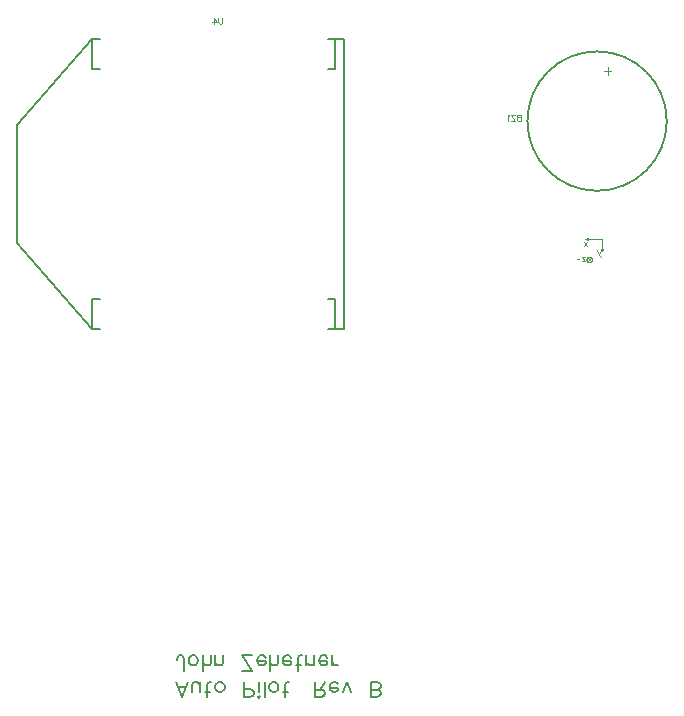
<source format=gbo>
G04 DipTrace 2.3.1.0*
%INAutoPilot.GBO*%
%MOIN*%
%ADD11C,0.003*%
%ADD25C,0.0013*%
%ADD27C,0.008*%
%ADD140C,0.0046*%
%ADD141C,0.0077*%
%FSLAX44Y44*%
G04*
G70*
G90*
G75*
G01*
%LNBotSilk*%
%LPD*%
X14787Y20040D2*
D27*
G02X14787Y20040I2323J0D01*
G01*
X-2209Y19908D2*
Y15971D1*
X291Y22763D2*
X-2209Y19908D1*
X291Y13117D2*
X-2209Y15971D1*
X8362Y22763D2*
X8658D1*
X8362Y13117D2*
X8658D1*
Y22763D2*
Y13117D1*
X8362Y22763D2*
X8146D1*
X8362D2*
Y21778D1*
X8146D1*
X547D2*
X291D1*
Y22763D1*
X547D1*
X8362Y14101D2*
X8146D1*
X8362D2*
Y13117D1*
X8146D1*
X547D2*
X291D1*
Y14101D1*
X547D1*
X16723Y16108D2*
D25*
X17283D1*
Y15698D1*
Y15708D2*
X17323Y15768D1*
X17283Y15708D2*
X17253Y15768D1*
X16733Y16108D2*
X16793Y16138D1*
X16493Y15438D2*
X16443D1*
X16733Y16108D2*
X16793Y16068D1*
X16753Y15428D2*
Y15434D1*
X16754Y15440D1*
X16755Y15446D1*
X16757Y15452D1*
X16759Y15458D1*
X16761Y15464D1*
X16764Y15470D1*
X16767Y15475D1*
X16771Y15480D1*
X16775Y15485D1*
X16779Y15490D1*
X16784Y15494D1*
X16789Y15498D1*
X16795Y15502D1*
X16800Y15505D1*
X16806Y15508D1*
X16812Y15511D1*
X16818Y15513D1*
X16825Y15515D1*
X16831Y15516D1*
X16838Y15517D1*
X16845D1*
X16851D1*
X16858D1*
X16864Y15516D1*
X16871Y15515D1*
X16877Y15513D1*
X16883Y15511D1*
X16889Y15508D1*
X16895Y15505D1*
X16901Y15502D1*
X16906Y15498D1*
X16911Y15494D1*
X16916Y15490D1*
X16921Y15485D1*
X16925Y15480D1*
X16928Y15475D1*
X16932Y15470D1*
X16935Y15464D1*
X16937Y15458D1*
X16939Y15452D1*
X16941Y15446D1*
X16942Y15440D1*
X16943Y15434D1*
Y15428D1*
Y15421D1*
X16942Y15415D1*
X16941Y15409D1*
X16939Y15403D1*
X16937Y15397D1*
X16935Y15391D1*
X16932Y15385D1*
X16928Y15380D1*
X16925Y15375D1*
X16921Y15370D1*
X16916Y15365D1*
X16911Y15361D1*
X16906Y15357D1*
X16901Y15353D1*
X16895Y15350D1*
X16889Y15347D1*
X16883Y15344D1*
X16877Y15342D1*
X16871Y15340D1*
X16864Y15339D1*
X16858Y15338D1*
X16851D1*
X16845D1*
X16838D1*
X16831Y15339D1*
X16825Y15340D1*
X16818Y15342D1*
X16812Y15344D1*
X16806Y15347D1*
X16800Y15350D1*
X16795Y15353D1*
X16789Y15357D1*
X16784Y15361D1*
X16779Y15365D1*
X16775Y15370D1*
X16771Y15375D1*
X16767Y15380D1*
X16764Y15385D1*
X16761Y15391D1*
X16759Y15397D1*
X16757Y15403D1*
X16755Y15409D1*
X16754Y15415D1*
X16753Y15421D1*
Y15428D1*
X16783Y15498D2*
X16913Y15368D1*
Y15498D2*
X16793Y15368D1*
X14569Y20255D2*
D11*
Y20054D1*
X14483D1*
X14455Y20064D1*
X14445Y20074D1*
X14436Y20093D1*
Y20121D1*
X14445Y20141D1*
X14455Y20150D1*
X14483Y20160D1*
X14455Y20169D1*
X14445Y20179D1*
X14436Y20198D1*
Y20217D1*
X14445Y20236D1*
X14455Y20246D1*
X14483Y20255D1*
X14569D1*
Y20160D2*
X14483D1*
X14374Y20255D2*
X14240D1*
X14374Y20054D1*
X14240D1*
X14178Y20217D2*
X14159Y20227D1*
X14130Y20255D1*
Y20054D1*
X4624Y23489D2*
Y23345D1*
X4615Y23316D1*
X4596Y23297D1*
X4567Y23288D1*
X4548D1*
X4519Y23297D1*
X4500Y23316D1*
X4490Y23345D1*
Y23489D1*
X4333Y23288D2*
Y23488D1*
X4429Y23355D1*
X4285D1*
X3344Y1725D2*
D141*
Y2108D1*
X3321Y2180D1*
X3296Y2203D1*
X3249Y2228D1*
X3201D1*
X3153Y2203D1*
X3129Y2180D1*
X3105Y2108D1*
Y2060D1*
X3618Y1893D2*
X3571Y1917D1*
X3522Y1965D1*
X3499Y2036D1*
Y2084D1*
X3522Y2156D1*
X3571Y2203D1*
X3618Y2228D1*
X3690D1*
X3738Y2203D1*
X3786Y2156D1*
X3810Y2084D1*
Y2036D1*
X3786Y1965D1*
X3738Y1917D1*
X3690Y1893D1*
X3618D1*
X3964Y1725D2*
Y2228D1*
Y1988D2*
X4036Y1917D1*
X4084Y1893D1*
X4156D1*
X4204Y1917D1*
X4227Y1988D1*
Y2228D1*
X4382Y1893D2*
Y2228D1*
Y1988D2*
X4454Y1917D1*
X4502Y1893D1*
X4573D1*
X4621Y1917D1*
X4645Y1988D1*
Y2228D1*
X5285Y1725D2*
X5620D1*
X5285Y2228D1*
X5620D1*
X5775Y2036D2*
X6061D1*
Y1988D1*
X6038Y1940D1*
X6014Y1917D1*
X5966Y1893D1*
X5894D1*
X5846Y1917D1*
X5798Y1965D1*
X5775Y2036D1*
Y2084D1*
X5798Y2156D1*
X5846Y2203D1*
X5894Y2228D1*
X5966D1*
X6014Y2203D1*
X6061Y2156D1*
X6216Y1725D2*
Y2228D1*
Y1988D2*
X6288Y1917D1*
X6336Y1893D1*
X6408D1*
X6455Y1917D1*
X6479Y1988D1*
Y2228D1*
X6633Y2036D2*
X6920D1*
Y1988D1*
X6896Y1940D1*
X6873Y1917D1*
X6824Y1893D1*
X6753D1*
X6705Y1917D1*
X6657Y1965D1*
X6633Y2036D1*
Y2084D1*
X6657Y2156D1*
X6705Y2203D1*
X6753Y2228D1*
X6824D1*
X6873Y2203D1*
X6920Y2156D1*
X7146Y1725D2*
Y2132D1*
X7170Y2203D1*
X7218Y2228D1*
X7266D1*
X7075Y1893D2*
X7242D1*
X7420D2*
Y2228D1*
Y1988D2*
X7492Y1917D1*
X7540Y1893D1*
X7611D1*
X7659Y1917D1*
X7683Y1988D1*
Y2228D1*
X7838Y2036D2*
X8124D1*
Y1988D1*
X8101Y1940D1*
X8077Y1917D1*
X8029Y1893D1*
X7957D1*
X7909Y1917D1*
X7861Y1965D1*
X7838Y2036D1*
Y2084D1*
X7861Y2156D1*
X7909Y2203D1*
X7957Y2228D1*
X8029D1*
X8077Y2203D1*
X8124Y2156D1*
X8279Y1893D2*
Y2228D1*
Y2036D2*
X8303Y1965D1*
X8351Y1917D1*
X8399Y1893D1*
X8471D1*
X3464Y1343D2*
X3273Y841D1*
X3081Y1343D1*
X3153Y1175D2*
X3393D1*
X3619Y1008D2*
Y1247D1*
X3643Y1319D1*
X3691Y1343D1*
X3763D1*
X3810Y1319D1*
X3882Y1247D1*
Y1008D2*
Y1343D1*
X4108Y841D2*
Y1247D1*
X4132Y1319D1*
X4180Y1343D1*
X4228D1*
X4036Y1008D2*
X4204D1*
X4501D2*
X4454Y1032D1*
X4406Y1080D1*
X4382Y1152D1*
Y1199D1*
X4406Y1271D1*
X4454Y1319D1*
X4501Y1343D1*
X4573D1*
X4621Y1319D1*
X4669Y1271D1*
X4693Y1199D1*
Y1152D1*
X4669Y1080D1*
X4621Y1032D1*
X4573Y1008D1*
X4501D1*
X5333Y1104D2*
X5549D1*
X5620Y1080D1*
X5645Y1056D1*
X5668Y1008D1*
Y936D1*
X5645Y889D1*
X5620Y864D1*
X5549Y841D1*
X5333D1*
Y1343D1*
X5823Y841D2*
X5847Y864D1*
X5871Y841D1*
X5847Y816D1*
X5823Y841D1*
X5847Y1008D2*
Y1343D1*
X6025Y841D2*
Y1343D1*
X6299Y1008D2*
X6252Y1032D1*
X6203Y1080D1*
X6180Y1152D1*
Y1199D1*
X6203Y1271D1*
X6252Y1319D1*
X6299Y1343D1*
X6371D1*
X6419Y1319D1*
X6467Y1271D1*
X6491Y1199D1*
Y1152D1*
X6467Y1080D1*
X6419Y1032D1*
X6371Y1008D1*
X6299D1*
X6717Y841D2*
Y1247D1*
X6741Y1319D1*
X6789Y1343D1*
X6836D1*
X6645Y1008D2*
X6813D1*
X7706Y1085D2*
X7921D1*
X7993Y1061D1*
X8017Y1037D1*
X8041Y990D1*
Y942D1*
X8017Y894D1*
X7993Y870D1*
X7921Y846D1*
X7706D1*
Y1349D1*
X7873Y1085D2*
X8041Y1349D1*
X8195Y1157D2*
X8482D1*
Y1109D1*
X8458Y1061D1*
X8435Y1037D1*
X8387Y1014D1*
X8315D1*
X8267Y1037D1*
X8219Y1085D1*
X8195Y1157D1*
Y1205D1*
X8219Y1277D1*
X8267Y1324D1*
X8315Y1349D1*
X8387D1*
X8435Y1324D1*
X8482Y1277D1*
X8637Y1014D2*
X8780Y1349D1*
X8923Y1014D1*
X9564Y846D2*
Y1349D1*
X9779D1*
X9851Y1324D1*
X9875Y1300D1*
X9899Y1253D1*
Y1181D1*
X9875Y1133D1*
X9851Y1109D1*
X9779Y1085D1*
X9851Y1061D1*
X9875Y1037D1*
X9899Y990D1*
Y942D1*
X9875Y894D1*
X9851Y870D1*
X9779Y846D1*
X9564D1*
Y1085D2*
X9779D1*
X17459Y21850D2*
D140*
Y21591D1*
X17588Y21720D2*
X17330D1*
X16770Y16006D2*
D11*
X16665Y15872D1*
Y16006D2*
X16770Y15872D1*
X17230Y15726D2*
X17173Y15592D1*
X17192Y15554D1*
X17211Y15534D1*
X17230Y15525D1*
X17240D1*
X17115Y15726D2*
X17173Y15592D1*
X16720Y15516D2*
X16615D1*
X16720Y15382D1*
X16615D1*
M02*

</source>
